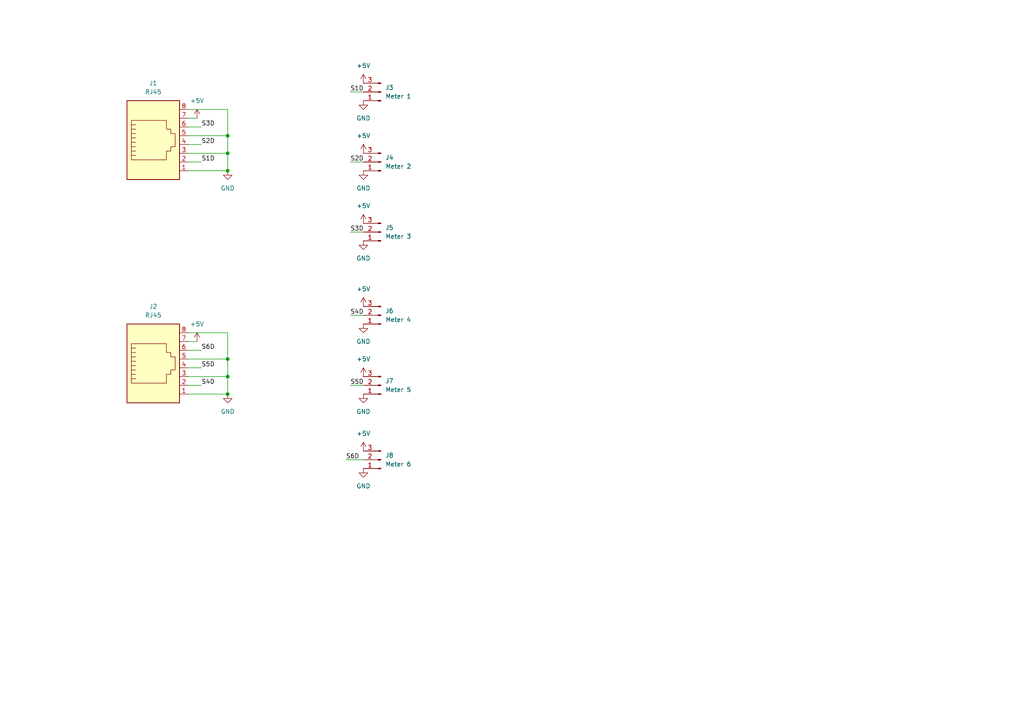
<source format=kicad_sch>
(kicad_sch (version 20211123) (generator eeschema)
  (paper "A4")
  (lib_symbols
    (symbol "Connector:Conn_01x03_Male" (pin_names (offset 1.016) hide)
      (property "Reference" "J" (at 0 5.08 0))
      (property "Value" "Conn_01x03_Male" (at 0 -5.08 0))
      (symbol "Conn_01x03_Male_1_1"
        (polyline (pts (xy 1.27 -2.54) (xy 0.8636 -2.54)) (stroke (width 0.1524)))
        (polyline (pts (xy 1.27 0) (xy 0.8636 0)) (stroke (width 0.1524)))
        (polyline (pts (xy 1.27 2.54) (xy 0.8636 2.54)) (stroke (width 0.1524)))
        (rectangle (start 0.8636 -2.413) (end 0 -2.667) (stroke (width 0.1524)) (fill (type outline)))
        (rectangle (start 0.8636 0.127) (end 0 -0.127) (stroke (width 0.1524)) (fill (type outline)))
        (rectangle (start 0.8636 2.667) (end 0 2.413) (stroke (width 0.1524)) (fill (type outline)))
        (pin passive line (at 5.08 2.54 180) (length 3.81) (name "Pin_1") (number "1"))
        (pin passive line (at 5.08 0 180) (length 3.81) (name "Pin_2") (number "2"))
        (pin passive line (at 5.08 -2.54 180) (length 3.81) (name "Pin_3") (number "3"))
      )
    )
    (symbol "Connector:RJ45" (pin_names (offset 1.016))
      (property "Reference" "J" (at -5.08 13.97 0))
      (property "Value" "RJ45" (at 2.54 13.97 0))
      (symbol "RJ45_0_1"
        (polyline (pts (xy -5.08 4.445) (xy -6.35 4.445)))
        (polyline (pts (xy -5.08 5.715) (xy -6.35 5.715)))
        (polyline (pts (xy -6.35 -3.175) (xy -5.08 -3.175) (xy -5.08 -3.175)))
        (polyline (pts (xy -6.35 -1.905) (xy -5.08 -1.905) (xy -5.08 -1.905)))
        (polyline (pts (xy -6.35 -0.635) (xy -5.08 -0.635) (xy -5.08 -0.635)))
        (polyline (pts (xy -6.35 0.635) (xy -5.08 0.635) (xy -5.08 0.635)))
        (polyline (pts (xy -6.35 1.905) (xy -5.08 1.905) (xy -5.08 1.905)))
        (polyline (pts (xy -5.08 3.175) (xy -6.35 3.175) (xy -6.35 3.175)))
        (polyline (pts (xy -6.35 -4.445) (xy -6.35 6.985) (xy 3.81 6.985) (xy 3.81 4.445) (xy 5.08 4.445) (xy 5.08 3.175) (xy 6.35 3.175) (xy 6.35 -0.635) (xy 5.08 -0.635) (xy 5.08 -1.905) (xy 3.81 -1.905) (xy 3.81 -4.445) (xy -6.35 -4.445) (xy -6.35 -4.445)))
        (rectangle (start 7.62 12.7) (end -7.62 -10.16) (stroke (width 0.254)) (fill (type background)))
      )
      (symbol "RJ45_1_1"
        (pin passive line (at 10.16 -7.62 180) (length 2.54) (name "~") (number "1"))
        (pin passive line (at 10.16 -5.08 180) (length 2.54) (name "~") (number "2"))
        (pin passive line (at 10.16 -2.54 180) (length 2.54) (name "~") (number "3"))
        (pin passive line (at 10.16 0 180) (length 2.54) (name "~") (number "4"))
        (pin passive line (at 10.16 2.54 180) (length 2.54) (name "~") (number "5"))
        (pin passive line (at 10.16 5.08 180) (length 2.54) (name "~") (number "6"))
        (pin passive line (at 10.16 7.62 180) (length 2.54) (name "~") (number "7"))
        (pin passive line (at 10.16 10.16 180) (length 2.54) (name "~") (number "8"))
      )
    )
    (symbol "power:+5V" (power) (pin_names (offset 0))
      (property "Value" "+5V" (at 0 3.556 0))
      (symbol "+5V_0_1"
        (polyline (pts (xy -0.762 1.27) (xy 0 2.54)))
        (polyline (pts (xy 0 0) (xy 0 2.54)))
        (polyline (pts (xy 0 2.54) (xy 0.762 1.27)))
      )
      (symbol "+5V_1_1"
        (pin power_in line (at 0 0 90) (length 0) hide (name "+5V") (number "1"))
      )
    )
    (symbol "power:GND" (power) (pin_names (offset 0))
      (property "Value" "GND" (at 0 -3.81 0))
      (symbol "GND_0_1"
        (polyline (pts (xy 0 0) (xy 0 -1.27) (xy 1.27 -1.27) (xy 0 -2.54) (xy -1.27 -1.27) (xy 0 -1.27)))
      )
      (symbol "GND_1_1"
        (pin power_in line (at 0 0 270) (length 0) hide (name "GND") (number "1"))
      )
    )
  )
  (junction (at 66.04 44.45))
  (junction (at 66.04 114.3))
  (junction (at 66.04 104.14))
  (junction (at 66.04 49.53))
  (junction (at 66.04 109.22))
  (junction (at 66.04 39.37))
  (wire (pts (xy 54.61 41.91) (xy 58.42 41.91)))
  (wire (pts (xy 54.61 31.75) (xy 66.04 31.75)))
  (wire (pts (xy 54.61 99.06) (xy 57.15 99.06)))
  (wire (pts (xy 54.61 49.53) (xy 66.04 49.53)))
  (wire (pts (xy 100.33 133.35) (xy 105.41 133.35)))
  (wire (pts (xy 54.61 109.22) (xy 66.04 109.22)))
  (wire (pts (xy 66.04 44.45) (xy 66.04 49.53)))
  (wire (pts (xy 66.04 39.37) (xy 66.04 44.45)))
  (wire (pts (xy 54.61 44.45) (xy 66.04 44.45)))
  (wire (pts (xy 54.61 106.68) (xy 58.42 106.68)))
  (wire (pts (xy 101.6 91.44) (xy 105.41 91.44)))
  (wire (pts (xy 54.61 34.29) (xy 57.15 34.29)))
  (wire (pts (xy 101.6 46.99) (xy 105.41 46.99)))
  (wire (pts (xy 101.6 26.67) (xy 105.41 26.67)))
  (wire (pts (xy 101.6 111.76) (xy 105.41 111.76)))
  (wire (pts (xy 66.04 109.22) (xy 66.04 114.3)))
  (wire (pts (xy 54.61 36.83) (xy 58.42 36.83)))
  (wire (pts (xy 54.61 111.76) (xy 58.42 111.76)))
  (wire (pts (xy 66.04 96.52) (xy 66.04 104.14)))
  (wire (pts (xy 54.61 46.99) (xy 58.42 46.99)))
  (wire (pts (xy 54.61 114.3) (xy 66.04 114.3)))
  (wire (pts (xy 54.61 39.37) (xy 66.04 39.37)))
  (wire (pts (xy 54.61 104.14) (xy 66.04 104.14)))
  (wire (pts (xy 66.04 31.75) (xy 66.04 39.37)))
  (wire (pts (xy 66.04 104.14) (xy 66.04 109.22)))
  (wire (pts (xy 101.6 67.31) (xy 105.41 67.31)))
  (wire (pts (xy 54.61 101.6) (xy 58.42 101.6)))
  (wire (pts (xy 54.61 96.52) (xy 66.04 96.52)))
  (label "S4D" (at 58.42 111.76 0))
  (label "S5D" (at 58.42 106.68 0))
  (label "S2D" (at 101.6 46.99 0))
  (label "S3D" (at 58.42 36.83 0))
  (label "S3D" (at 101.6 67.31 0))
  (label "S1D" (at 101.6 26.67 0))
  (label "S2D" (at 58.42 41.91 0))
  (label "S6D" (at 58.42 101.6 0))
  (label "S6D" (at 100.33 133.35 0))
  (label "S1D" (at 58.42 46.99 0))
  (label "S4D" (at 101.6 91.44 0))
  (label "S5D" (at 101.6 111.76 0))
  (symbol (lib_id "Connector:Conn_01x03_Male") (at 110.49 46.99 180) (unit 1)
    (property "Reference" "J4" (at 111.76 45.7199 0) (effects (justify right)))
    (property "Value" "Meter 2" (at 111.76 48.2599 0) (effects (justify right)))
    (property "Footprint" "Connector_JST:JST_XH_B3B-XH-A_1x03_P2.50mm_Vertical" (effects hide))
  )
  (symbol (lib_id "Connector:Conn_01x03_Male") (at 110.49 26.67 180) (unit 1)
    (property "Reference" "J3" (at 111.76 25.3999 0) (effects (justify right)))
    (property "Value" "Meter 1" (at 111.76 27.9399 0) (effects (justify right)))
    (property "Footprint" "Connector_JST:JST_XH_B3B-XH-A_1x03_P2.50mm_Vertical" (effects hide))
  )
  (symbol (lib_id "Connector:RJ45") (at 44.45 41.91 0) (unit 1)
    (property "Reference" "J1" (at 44.45 24.13 0))
    (property "Value" "RJ45" (at 44.45 26.67 0))
    (property "Footprint" "Connector_RJ:RJ45_Amphenol_54602-x08_Horizontal" (effects hide))
  )
  (symbol (lib_id "power:GND") (at 105.41 93.98 0) (unit 1)
    (property "Reference" "#PWR0111" (effects hide))
    (property "Value" "GND" (at 105.41 99.06 0))
  )
  (symbol (lib_id "Connector:Conn_01x03_Male") (at 110.49 133.35 180) (unit 1)
    (property "Reference" "J8" (at 111.76 132.0799 0) (effects (justify right)))
    (property "Value" "Meter 6" (at 111.76 134.6199 0) (effects (justify right)))
    (property "Footprint" "Connector_JST:JST_XH_B3B-XH-A_1x03_P2.50mm_Vertical" (effects hide))
  )
  (symbol (lib_id "power:+5V") (at 105.41 88.9 0) (unit 1)
    (property "Reference" "#PWR0110" (effects hide))
    (property "Value" "+5V" (at 105.41 83.82 0))
  )
  (symbol (lib_id "power:+5V") (at 105.41 130.81 0) (unit 1)
    (property "Reference" "#PWR0113" (effects hide))
    (property "Value" "+5V" (at 105.41 125.73 0))
  )
  (symbol (lib_id "power:GND") (at 66.04 114.3 0) (unit 1)
    (property "Reference" "#PWR0115" (effects hide))
    (property "Value" "GND" (at 66.04 119.38 0))
  )
  (symbol (lib_id "power:GND") (at 105.41 49.53 0) (unit 1)
    (property "Reference" "#PWR0102" (effects hide))
    (property "Value" "GND" (at 105.41 54.61 0))
  )
  (symbol (lib_id "power:+5V") (at 105.41 24.13 0) (unit 1)
    (property "Reference" "#PWR0106" (effects hide))
    (property "Value" "+5V" (at 105.41 19.05 0))
  )
  (symbol (lib_id "power:+5V") (at 57.15 34.29 0) (unit 1)
    (property "Reference" "#PWR0101" (effects hide))
    (property "Value" "+5V" (at 57.15 29.21 0))
  )
  (symbol (lib_id "power:GND") (at 105.41 29.21 0) (unit 1)
    (property "Reference" "#PWR0105" (effects hide))
    (property "Value" "GND" (at 105.41 34.29 0))
  )
  (symbol (lib_id "Connector:Conn_01x03_Male") (at 110.49 111.76 180) (unit 1)
    (property "Reference" "J7" (at 111.76 110.4899 0) (effects (justify right)))
    (property "Value" "Meter 5" (at 111.76 113.0299 0) (effects (justify right)))
    (property "Footprint" "Connector_JST:JST_XH_B3B-XH-A_1x03_P2.50mm_Vertical" (effects hide))
  )
  (symbol (lib_id "power:GND") (at 66.04 49.53 0) (unit 1)
    (property "Reference" "#PWR0107" (effects hide))
    (property "Value" "GND" (at 66.04 54.61 0))
  )
  (symbol (lib_id "power:GND") (at 105.41 135.89 0) (unit 1)
    (property "Reference" "#PWR0114" (effects hide))
    (property "Value" "GND" (at 105.41 140.97 0))
  )
  (symbol (lib_id "power:GND") (at 105.41 69.85 0) (unit 1)
    (property "Reference" "#PWR0104" (effects hide))
    (property "Value" "GND" (at 105.41 74.93 0))
  )
  (symbol (lib_id "Connector:Conn_01x03_Male") (at 110.49 67.31 180) (unit 1)
    (property "Reference" "J5" (at 111.76 66.0399 0) (effects (justify right)))
    (property "Value" "Meter 3" (at 111.76 68.5799 0) (effects (justify right)))
    (property "Footprint" "Connector_JST:JST_XH_B3B-XH-A_1x03_P2.50mm_Vertical" (effects hide))
  )
  (symbol (lib_id "Connector:Conn_01x03_Male") (at 110.49 91.44 180) (unit 1)
    (property "Reference" "J6" (at 111.76 90.1699 0) (effects (justify right)))
    (property "Value" "Meter 4" (at 111.76 92.7099 0) (effects (justify right)))
    (property "Footprint" "Connector_JST:JST_XH_B3B-XH-A_1x03_P2.50mm_Vertical" (effects hide))
  )
  (symbol (lib_id "power:+5V") (at 105.41 109.22 0) (unit 1)
    (property "Reference" "#PWR0112" (effects hide))
    (property "Value" "+5V" (at 105.41 104.14 0))
  )
  (symbol (lib_id "power:GND") (at 105.41 114.3 0) (unit 1)
    (property "Reference" "#PWR0116" (effects hide))
    (property "Value" "GND" (at 105.41 119.38 0))
  )
  (symbol (lib_id "power:+5V") (at 105.41 44.45 0) (unit 1)
    (property "Reference" "#PWR0108" (effects hide))
    (property "Value" "+5V" (at 105.41 39.37 0))
  )
  (symbol (lib_id "power:+5V") (at 105.41 64.77 0) (unit 1)
    (property "Reference" "#PWR0103" (effects hide))
    (property "Value" "+5V" (at 105.41 59.69 0))
  )
  (symbol (lib_id "Connector:RJ45") (at 44.45 106.68 0) (unit 1)
    (property "Reference" "J2" (at 44.45 88.9 0))
    (property "Value" "RJ45" (at 44.45 91.44 0))
    (property "Footprint" "Connector_RJ:RJ45_Amphenol_54602-x08_Horizontal" (effects hide))
  )
  (symbol (lib_id "power:+5V") (at 57.15 99.06 0) (unit 1)
    (property "Reference" "#PWR0109" (effects hide))
    (property "Value" "+5V" (at 57.15 93.98 0))
  )
)
</source>
